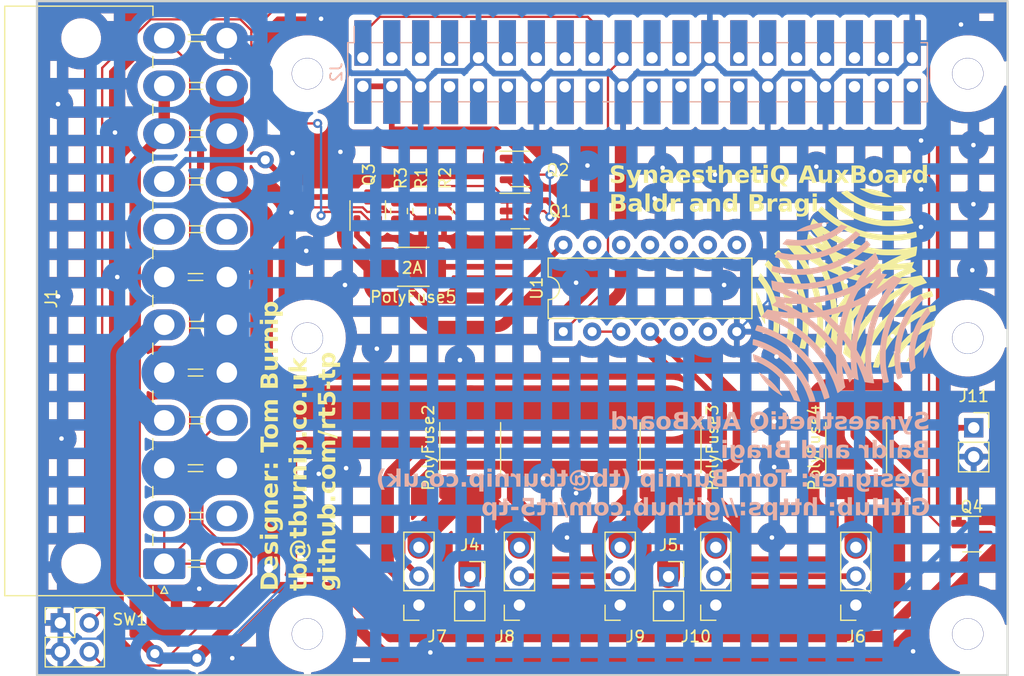
<source format=kicad_pcb>
(kicad_pcb (version 20221018) (generator pcbnew)
  (layers (0 "F.Cu" signal) (31 "B.Cu" signal) (34 "B.Paste" user) (35 "F.Paste" user) (36 "B.SilkS" user "B.Silkscreen") (37 "F.SilkS" user "F.Silkscreen") (38 "B.Mask" user) (39 "F.Mask" user) (44 "Edge.Cuts" user))
  (net 0 "")
  (net 3 "Net-(J1-PS_ON#)")
  (net 5 "/3V3_Power")
  (net 6 "/5V_Power")
  (net 7 "/GPIO_2")
  (net 8 "/GPIO_3")
  (net 9 "/GPIO_4")
  (net 10 "/GPIO_14")
  (net 11 "/GPIO_15")
  (net 12 "/GPIO_17")
  (net 13 "/GPIO_18")
  (net 14 "/GPIO_27")
  (net 15 "/GPIO_22")
  (net 16 "/GPIO_23")
  (net 17 "/GPIO_24")
  (net 18 "/MOSI")
  (net 20 "/GPIO_25")
  (net 22 "/GPIO_8")
  (net 23 "/GPIO_7")
  (net 24 "/GPIO_0")
  (net 25 "/GPIO_1")
  (net 26 "/GPIO_5")
  (net 27 "/GPIO_6")
  (net 28 "/GPIO_12")
  (net 29 "/GPIO_13")
  (net 30 "+5V")
  (net 31 "/GPIO_19")
  (net 32 "5VSB")
  (net 33 "+12V")
  (net 34 "/GPIO_16")
  (net 35 "/GPIO_26")
  (net 36 "/GPIO_20")
  (net 37 "/GPIO_21")
  (net 38 "DOUT")
  (net 39 "Net-(U1-Pad2)")
  (net 42 "Net-(J6-Pin_3)")
  (net 43 "DOUTMatB")
  (net 44 "5VMatA")
  (net 45 "DOUTMatA")
  (net 46 "5VMatB")
  (net 47 "+3.3V")
  (net 48 "GND")
  (net 49 "+5VP")
  (net 50 "Net-(J11-Pin_1)")
  (net 57 "Net-(Q1A-E1)")
  (net 58 "Net-(Q1A-B1)")
  (net 59 "Net-(Q1B-C2)")
  (net 60 "/5VSwitch")
  (footprint "Fuse:Fuse_1812_4532Metric_Pad1.30x3.40mm_HandSolder" (layer "F.Cu") (at 137.8 73.1 180)
    (fp_text reference "PolyFuse5" (at 0 -2.65) (layer "F.SilkS"))
    (fp_text value "2A" (at 0.1 -0.1) (layer "F.SilkS"))
    (pad "1" smd roundrect (at -2.225 0 180) (size 1.3 3.4) (layers "F.Cu" "F.Paste" "F.Mask") (roundrect_rratio 0.192308) (net 57 "Net-(Q1A-E1)"))
    (pad "2" smd roundrect (at 2.225 0 180) (size 1.3 3.4) (layers "F.Cu" "F.Paste" "F.Mask") (roundrect_rratio 0.192308) (net 49 "+5VP"))
  )
  (footprint "Tom's Parts:MountingHole_2.75mm_RPI_HAT" (layer "F.Cu") (at 128.5 79.375)
    (fp_text reference "H2" hide)
    (fp_text value "MountingHole" hide)
    (pad "" np_thru_hole circle (at 0 0) (size 2.75 2.75) (drill 2.7) (layers "F&B.Cu" "*.Mask"))
  )
  (footprint "Package_DIP:DIP-14_W7.62mm" (layer "F.Cu") (at 150.975 78.8 90)
    (fp_text reference "U1" (at 3.81 -2.33 90) (layer "F.SilkS"))
    (fp_text value "74AHC04")
    (pad "1" thru_hole rect (at 0 0 90) (size 1.6 1.6) (drill 0.8) (layers "*.Cu" "*.Mask") (net 18 "/MOSI"))
    (pad "2" thru_hole oval (at 0 2.54 90) (size 1.6 1.6) (drill 0.8) (layers "*.Cu" "*.Mask") (net 39 "Net-(U1-Pad2)"))
    (pad "3" thru_hole oval (at 0 5.08 90) (size 1.6 1.6) (drill 0.8) (layers "*.Cu" "*.Mask") (net 39 "Net-(U1-Pad2)"))
    (pad "4" thru_hole oval (at 0 7.62 90) (size 1.6 1.6) (drill 0.8) (layers "*.Cu" "*.Mask") (net 38 "DOUT"))
    (pad "5" thru_hole oval (at 0 10.16 90) (size 1.6 1.6) (drill 0.8) (layers "*.Cu" "*.Mask"))
    (pad "6" thru_hole oval (at 0 12.7 90) (size 1.6 1.6) (drill 0.8) (layers "*.Cu" "*.Mask"))
    (pad "7" thru_hole oval (at 0 15.24 90) (size 1.6 1.6) (drill 0.8) (layers "*.Cu" "*.Mask") (net 48 "GND"))
    (pad "8" thru_hole oval (at 7.62 15.24 90) (size 1.6 1.6) (drill 0.8) (layers "*.Cu" "*.Mask"))
    (pad "9" thru_hole oval (at 7.62 12.7 90) (size 1.6 1.6) (drill 0.8) (layers "*.Cu" "*.Mask"))
    (pad "10" thru_hole oval (at 7.62 10.16 90) (size 1.6 1.6) (drill 0.8) (layers "*.Cu" "*.Mask"))
    (pad "11" thru_hole oval (at 7.62 7.62 90) (size 1.6 1.6) (drill 0.8) (layers "*.Cu" "*.Mask"))
    (pad "12" thru_hole oval (at 7.62 5.08 90) (size 1.6 1.6) (drill 0.8) (layers "*.Cu" "*.Mask"))
    (pad "13" thru_hole oval (at 7.62 2.54 90) (size 1.6 1.6) (drill 0.8) (layers "*.Cu" "*.Mask"))
    (pad "14" thru_hole oval (at 7.62 0 90) (size 1.6 1.6) (drill 0.8) (layers "*.Cu" "*.Mask") (net 49 "+5VP"))
  )
  (footprint "Connector_PinSocket_2.54mm:PinSocket_1x03_P2.54mm_Vertical" (layer "F.Cu") (at 176.675 102.84 180)
    (fp_text reference "J6" (at 0 -2.77) (layer "F.SilkS"))
    (fp_text value "BigLED")
    (pad "1" thru_hole rect (at 0 0 180) (size 1.7 1.7) (drill 1) (layers "*.Cu" "*.Mask") (net 48 "GND"))
    (pad "2" thru_hole oval (at 0 2.54 180) (size 1.7 1.7) (drill 1) (layers "*.Cu" "*.Mask") (net 43 "DOUTMatB"))
    (pad "3" thru_hole oval (at 0 5.08 180) (size 1.7 1.7) (drill 1) (layers "*.Cu" "*.Mask") (net 42 "Net-(J6-Pin_3)"))
  )
  (footprint "Fuse:Fuse_2920_7451Metric_Pad2.10x5.45mm_HandSolder" (layer "F.Cu") (at 160.4 89 -90)
    (fp_text reference "PolyFuse3" (at 0 -3.68 90) (layer "F.SilkS"))
    (fp_text value "5A")
    (pad "1" smd roundrect (at -3.475 0 270) (size 2.1 5.45) (layers "F.Cu" "F.Paste" "F.Mask") (roundrect_rratio 0.119048) (net 30 "+5V"))
    (pad "2" smd roundrect (at 3.475 0 270) (size 2.1 5.45) (layers "F.Cu" "F.Paste" "F.Mask") (roundrect_rratio 0.119048) (net 46 "5VMatB"))
  )
  (footprint "Resistor_SMD:R_0805_2012Metric_Pad1.20x1.40mm_HandSolder" (layer "F.Cu") (at 140.5 68.2 90)
    (fp_text reference "R2" (at 2.9 0.1 90) (layer "F.SilkS"))
    (fp_text value "47K")
    (pad "1" smd roundrect (at -1 0 90) (size 1.2 1.4) (layers "F.Cu" "F.Paste" "F.Mask") (roundrect_rratio 0.208333) (net 48 "GND"))
    (pad "2" smd roundrect (at 1 0 90) (size 1.2 1.4) (layers "F.Cu" "F.Paste" "F.Mask") (roundrect_rratio 0.208333) (net 59 "Net-(Q1B-C2)"))
  )
  (footprint "Connector_Molex:Molex_Mini-Fit_Jr_5569-24A2_2x12_P4.20mm_Horizontal" (layer "F.Cu") (at 115.925 99.2 90)
    (fp_text reference "J1" (at 23.3 -9.925 90) (layer "F.SilkS"))
    (fp_text value "ATX-24")
    (pad "" np_thru_hole circle (at 0 -7.3 90) (size 3 3) (drill 3) (layers "*.Cu" "*.Mask"))
    (pad "" np_thru_hole circle (at 46.2 -7.3 90) (size 3 3) (drill 3) (layers "*.Cu" "*.Mask"))
    (pad "1" thru_hole roundrect (at 0 0 90) (size 2.7 3.7) (drill 1.8) (layers "*.Cu" "*.Mask") (roundrect_rratio 0.092593) (net 47 "+3.3V"))
    (pad "2" thru_hole oval (at 4.2 0 90) (size 2.7 3.7) (drill 1.8) (layers "*.Cu" "*.Mask") (net 47 "+3.3V"))
    (pad "3" thru_hole oval (at 8.4 0 90) (size 2.7 3.7) (drill 1.8) (layers "*.Cu" "*.Mask") (net 48 "GND"))
    (pad "4" thru_hole oval (at 12.6 0 90) (size 2.7 3.7) (drill 1.8) (layers "*.Cu" "*.Mask") (net 30 "+5V"))
    (pad "5" thru_hole oval (at 16.8 0 90) (size 2.7 3.7) (drill 1.8) (layers "*.Cu" "*.Mask") (net 48 "GND"))
    (pad "6" thru_hole oval (at 21 0 90) (size 2.7 3.7) (drill 1.8) (layers "*.Cu" "*.Mask") (net 30 "+5V"))
    (pad "7" thru_hole oval (at 25.2 0 90) (size 2.7 3.7) (drill 1.8) (layers "*.Cu" "*.Mask") (net 48 "GND"))
    (pad "8" thru_hole oval (at 29.4 0 90) (size 2.7 3.7) (drill 1.8) (layers "*.Cu" "*.Mask"))
    (pad "9" thru_hole oval (at 33.6 0 90) (size 2.7 3.7) (drill 1.8) (layers "*.Cu" "*.Mask") (net 32 "5VSB"))
    (pad "10" thru_hole oval (at 37.8 0 90) (size 2.7 3.7) (drill 1.8) (layers "*.Cu" "*.Mask") (net 33 "+12V"))
    (pad "11" thru_hole oval (at 42 0 90) (size 2.7 3.7) (drill 1.8) (layers "*.Cu" "*.Mask") (net 33 "+12V"))
    (pad "12" thru_hole oval (at 46.2 0 90) (size 2.7 3.7) (drill 1.8) (layers "*.Cu" "*.Mask") (net 47 "+3.3V"))
    (pad "13" thru_hole oval (at 0 5.5 90) (size 2.7 3.7) (drill 1.8) (layers "*.Cu" "*.Mask") (net 47 "+3.3V"))
    (pad "14" thru_hole oval (at 4.2 5.5 90) (size 2.7 3.7) (drill 1.8) (layers "*.Cu" "*.Mask"))
    (pad "15" thru_hole oval (at 8.4 5.5 90) (size 2.7 3.7) (drill 1.8) (layers "*.Cu" "*.Mask") (net 48 "GND"))
    (pad "16" thru_hole oval (at 12.6 5.5 90) (size 2.7 3.7) (drill 1.8) (layers "*.Cu" "*.Mask") (net 3 "Net-(J1-PS_ON#)"))
    (pad "17" thru_hole oval (at 16.8 5.5 90) (size 2.7 3.7) (drill 1.8) (layers "*.Cu" "*.Mask") (net 48 "GND"))
    (pad "18" thru_hole oval (at 21 5.5 90) (size 2.7 3.7) (drill 1.8) (layers "*.Cu" "*.Mask") (net 48 "GND"))
    (pad "19" thru_hole oval (at 25.2 5.5 90) (size 2.7 3.7) (drill 1.8) (layers "*.Cu" "*.Mask") (net 48 "GND"))
    (pad "20" thru_hole oval (at 29.4 5.5 90) (size 2.7 3.7) (drill 1.8) (layers "*.Cu" "*.Mask"))
    (pad "21" thru_hole oval (at 33.6 5.5 90) (size 2.7 3.7) (drill 1.8) (layers "*.Cu" "*.Mask") (net 30 "+5V"))
    (pad "22" thru_hole oval (at 37.8 5.5 90) (size 2.7 3.7) (drill 1.8) (layers "*.Cu" "*.Mask") (net 30 "+5V"))
    (pad "23" thru_hole oval (at 42 5.5 90) (size 2.7 3.7) (drill 1.8) (layers "*.Cu" "*.Mask") (net 30 "+5V"))
    (pad "24" thru_hole oval (at 46.2 5.5 90) (size 2.7 3.7) (drill 1.8) (layers "*.Cu" "*.Mask") (net 48 "GND"))
  )
  (footprint "Package_TO_SOT_SMD:SOT-23-3" (layer "F.Cu") (at 147.2 64.5)
    (fp_text reference "Q2" (at 3.3 0.1) (layer "F.SilkS"))
    (fp_text value "DMG2305UX" hide)
    (pad "1" smd roundrect (at -1.1375 -0.95) (size 1.325 0.6) (layers "F.Cu" "F.Paste" "F.Mask") (net 57 "Net-(Q1A-E1)"))
    (pad "2" smd roundrect (at -1.1375 0.95) (size 1.325 0.6) (layers "F.Cu" "F.Paste" "F.Mask") (net 59 "Net-(Q1B-C2)"))
    (pad "3" smd roundrect (at 1.1375 0) (size 1.325 0.6) (layers "F.Cu" "F.Paste" "F.Mask") (net 6 "/5V_Power"))
  )
  (footprint "Connector_PinSocket_2.54mm:PinSocket_1x03_P2.54mm_Vertical" (layer "F.Cu") (at 138.3 102.84 180)
    (fp_text reference "J7" (at -1.59 -2.75) (layer "F.SilkS"))
    (fp_text value "MatAOut")
    (pad "1" thru_hole rect (at 0 0 180) (size 1.7 1.7) (drill 1) (layers "*.Cu" "*.Mask") (net 48 "GND"))
    (pad "2" thru_hole oval (at 0 2.54 180) (size 1.7 1.7) (drill 1) (layers "*.Cu" "*.Mask") (net 38 "DOUT"))
    (pad "3" thru_hole oval (at 0 5.08 180) (size 1.7 1.7) (drill 1) (layers "*.Cu" "*.Mask") (net 44 "5VMatA"))
  )
  (footprint "Connector_PinSocket_2.54mm:PinSocket_1x02_P2.54mm_Vertical" (layer "F.Cu") (at 142.7625 100.34)
    (fp_text reference "J4" (at 0 -2.77) (layer "F.SilkS"))
    (fp_text value "MatrixASupply")
    (pad "1" thru_hole rect (at 0 0) (size 1.7 1.7) (drill 1) (layers "*.Cu" "*.Mask") (net 44 "5VMatA"))
    (pad "2" thru_hole oval (at 0 2.54) (size 1.7 1.7) (drill 1) (layers "*.Cu" "*.Mask") (net 48 "GND"))
  )
  (footprint "Package_TO_SOT_SMD:SOT-23-3" (layer "F.Cu") (at 133.8 68.1 90)
    (fp_text reference "Q3" (at 3.1 0.1 90) (layer "F.SilkS"))
    (fp_text value "DMG2305UX" hide)
    (pad "1" smd roundrect (at -1.1375 -0.95 90) (size 1.325 0.6) (layers "F.Cu" "F.Paste" "F.Mask") (net 49 "+5VP"))
    (pad "2" smd roundrect (at -1.1375 0.95 90) (size 1.325 0.6) (layers "F.Cu" "F.Paste" "F.Mask") (net 60 "/5VSwitch"))
    (pad "3" smd roundrect (at 1.1375 0 90) (size 1.325 0.6) (layers "F.Cu" "F.Paste" "F.Mask") (net 32 "5VSB"))
  )
  (footprint "Fuse:Fuse_2920_7451Metric_Pad2.10x5.45mm_HandSolder" (layer "F.Cu") (at 176.7 89 90)
    (fp_text reference "PolyFuse4" (at 0 -3.68 90) (layer "F.SilkS"))
    (fp_text value "3A")
    (pad "1" smd roundrect (at -3.475 0 90) (size 2.1 5.45) (layers "F.Cu" "F.Paste" "F.Mask") (roundrect_rratio 0.119048) (net 42 "Net-(J6-Pin_3)"))
    (pad "2" smd roundrect (at 3.475 0 90) (size 2.1 5.45) (layers "F.Cu" "F.Paste" "F.Mask") (roundrect_rratio 0.119048) (net 33 "+12V"))
  )
  (footprint "Package_TO_SOT_SMD:SOT-23-6" (layer "F.Cu") (at 147.2 68.2)
    (fp_text reference "Q1" (at 3.5 0) (layer "F.SilkS"))
    (fp_text value "DMMT5401" hide)
    (pad "1" smd roundrect (at -1.1375 -0.95) (size 1.325 0.6) (layers "F.Cu" "F.Paste" "F.Mask") (net 58 "Net-(Q1A-B1)"))
    (pad "2" smd roundrect (at -1.1375 0) (size 1.325 0.6) (layers "F.Cu" "F.Paste" "F.Mask") (net 58 "Net-(Q1A-B1)"))
    (pad "3" smd roundrect (at -1.1375 0.95) (size 1.325 0.6) (layers "F.Cu" "F.Paste" "F.Mask") (net 58 "Net-(Q1A-B1)"))
    (pad "4" smd roundrect (at 1.1375 0.95) (size 1.325 0.6) (layers "F.Cu" "F.Paste" "F.Mask") (net 59 "Net-(Q1B-C2)"))
    (pad "5" smd roundrect (at 1.1375 0) (size 1.325 0.6) (layers "F.Cu" "F.Paste" "F.Mask") (net 6 "/5V_Power"))
    (pad "6" smd roundrect (at 1.1375 -0.95) (size 1.325 0.6) (layers "F.Cu" "F.Paste" "F.Mask") (net 57 "Net-(Q1A-E1)"))
  )
  (footprint "Connector_PinSocket_2.54mm:PinSocket_1x03_P2.54mm_Vertical" (layer "F.Cu") (at 155.975 102.84 180)
    (fp_text reference "J9" (at -1.33 -2.77) (layer "F.SilkS"))
    (fp_text value "MatBOut")
    (pad "1" thru_hole rect (at 0 0 180) (size 1.7 1.7) (drill 1) (layers "*.Cu" "*.Mask") (net 48 "GND"))
    (pad "2" thru_hole oval (at 0 2.54 180) (size 1.7 1.7) (drill 1) (layers "*.Cu" "*.Mask") (net 45 "DOUTMatA"))
    (pad "3" thru_hole oval (at 0 5.08 180) (size 1.7 1.7) (drill 1) (layers "*.Cu" "*.Mask") (net 46 "5VMatB"))
  )
  (footprint "Fuse:Fuse_2920_7451Metric_Pad2.10x5.45mm_HandSolder" (layer "F.Cu") (at 142.8 89 90)
    (fp_text reference "PolyFuse2" (at 0 -3.68 90) (layer "F.SilkS"))
    (fp_text value "5A")
    (pad "1" smd roundrect (at -3.475 0 90) (size 2.1 5.45) (layers "F.Cu" "F.Paste" "F.Mask") (roundrect_rratio 0.119048) (net 44 "5VMatA"))
    (pad "2" smd roundrect (at 3.475 0 90) (size 2.1 5.45) (layers "F.Cu" "F.Paste" "F.Mask") (roundrect_rratio 0.119048) (net 30 "+5V"))
  )
  (footprint "Connector_PinSocket_2.54mm:PinSocket_1x02_P2.54mm_Vertical" (layer "F.Cu") (at 160.225 100.34)
    (fp_text reference "J5" (at 0 -2.77) (layer "F.SilkS"))
    (fp_text value "MatrixBSupply")
    (pad "1" thru_hole rect (at 0 0) (size 1.7 1.7) (drill 1) (layers "*.Cu" "*.Mask") (net 46 "5VMatB"))
    (pad "2" thru_hole oval (at 0 2.54) (size 1.7 1.7) (drill 1) (layers "*.Cu" "*.Mask") (net 48 "GND"))
  )
  (footprint "RTEP:RTEPLogo" (layer "F.Cu") (at 175.8 74.1)
    (fp_text reference "G***" hide)
    (fp_text value "LOGO" hide)
  )
  (footprint "Connector_PinSocket_2.54mm:PinSocket_1x03_P2.54mm_Vertical" (layer "F.Cu") (at 147.125 102.84 180)
    (fp_text reference "J8" (at 1.25 -2.77) (layer "F.SilkS"))
    (fp_text value "MatAIn")
    (pad "1" thru_hole rect (at 0 0 180) (size 1.7 1.7) (drill 1) (layers "*.Cu" "*.Mask") (net 48 "GND"))
    (pad "2" thru_hole oval (at 0 2.54 180) (size 1.7 1.7) (drill 1) (layers "*.Cu" "*.Mask") (net 45 "DOUTMatA"))
    (pad "3" thru_hole oval (at 0 5.08 180) (size 1.7 1.7) (drill 1) (layers "*.Cu" "*.Mask") (net 44 "5VMatA"))
  )
  (footprint "Tom's Parts:MountingHole_2.75mm_RPI_HAT" (layer "F.Cu") (at 128.5 105.375)
    (fp_text reference "H1" hide)
    (fp_text value "MountingHole" hide)
    (pad "" np_thru_hole circle (at 0 0) (size 2.75 2.75) (drill 2.7) (layers "F&B.Cu" "*.Mask"))
  )
  (footprint "Tom's Parts:MountingHole_2.75mm_RPI_HAT" (layer "F.Cu") (at 186.5 105.375)
    (fp_text reference "H3" hide)
    (fp_text value "MountingHole" hide)
    (pad "" np_thru_hole circle (at 0 0) (size 2.75 2.75) (drill 2.7) (layers "F&B.Cu" "*.Mask"))
  )
  (footprint "Tom's Parts:MountingHole_2.75mm_RPI_HAT" (layer "F.Cu") (at 128.5 56.125)
    (fp_text reference "H5" hide)
    (fp_text value "MountingHole" hide)
    (pad "" np_thru_hole circle (at 0 0) (size 2.75 2.75) (drill 2.7) (layers "F&B.Cu" "*.Mask"))
  )
  (footprint "Tom's Parts:MountingHole_2.75mm_RPI_HAT" (layer "F.Cu") (at 186.5 79.375)
    (fp_text reference "H4" hide)
    (fp_text value "MountingHole" hide)
    (pad "" np_thru_hole circle (at 0 0) (size 2.75 2.75) (drill 2.7) (layers "F&B.Cu" "*.Mask"))
  )
  (footprint "Connector_PinSocket_2.54mm:PinSocket_1x03_P2.54mm_Vertical" (layer "F.Cu") (at 164.375 102.84 180)
    (fp_text reference "J10" (at 1.76 -2.75) (layer "F.SilkS"))
    (fp_text value "MatBIn")
    (pad "1" thru_hole rect (at 0 0 180) (size 1.7 1.7) (drill 1) (layers "*.Cu" "*.Mask") (net 48 "GND"))
    (pad "2" thru_hole oval (at 0 2.54 180) (size 1.7 1.7) (drill 1) (layers "*.Cu" "*.Mask") (net 43 "DOUTMatB"))
    (pad "3" thru_hole oval (at 0 5.08 180) (size 1.7 1.7) (drill 1) (layers "*.Cu" "*.Mask") (net 46 "5VMatB"))
  )
  (footprint "Connector_PinSocket_2.54mm:PinSocket_1x02_P2.54mm_Vertical" (layer "F.Cu") (at 187.025 87.25)
    (fp_text reference "J11" (at 0 -2.77) (layer "F.SilkS"))
    (fp_text value "FanHeader")
    (pad "1" thru_hole rect (at 0 0) (size 1.7 1.7) (drill 1) (layers "*.Cu" "*.Mask") (net 50 "Net-(J11-Pin_1)"))
    (pad "2" thru_hole oval (at 0 2.54) (size 1.7 1.7) (drill 1) (layers "*.Cu" "*.Mask") (net 48 "GND"))
  )
  (footprint "Tom's Parts:MountingHole_2.75mm_RPI_HAT" (layer "F.Cu") (at 186.5 56.125)
    (fp_text reference "H6" hide)
    (fp_text value "MountingHole" hide)
    (pad "" np_thru_hole circle (at 0 0) (size 2.75 2.75) (drill 2.7) (layers "F&B.Cu" "*.Mask"))
  )
  (footprint "Resistor_SMD:R_0805_2012Metric_Pad1.20x1.40mm_HandSolder" (layer "F.Cu") (at 136.55 68.2 -90)
    (fp_text reference "R3" (at -2.9 -0.15 90) (layer "F.SilkS"))
    (fp_text value "10K")
    (pad "1" smd roundrect (at -1 0 270) (size 1.2 1.4) (layers "F.Cu" "F.Paste" "F.Mask") (roundrect_rratio 0.208333) (net 32 "5VSB"))
    (pad "2" smd roundrect (at 1 0 270) (size 1.2 1.4) (layers "F.Cu" "F.Paste" "F.Mask") (roundrect_rratio 0.208333) (net 60 "/5VSwitch"))
  )
  (footprint "Package_TO_SOT_SMD:SOT-23-3" (layer "F.Cu") (at 186.8625 96.6)
    (fp_text reference "Q4" (at 0 -2.4) (layer "F.SilkS"))
    (fp_text value "DMG2305UX")
    (pad "1" smd roundrect (at -1.1375 -0.95) (size 1.325 0.6) (layers "F.Cu" "F.Paste" "F.Mask") (net 50 "Net-(J11-Pin_1)"))
    (pad "2" smd roundrect (at -1.1375 0.95) (size 1.325 0.6) (layers "F.Cu" "F.Paste" "F.Mask") (net 60 "/5VSwitch"))
    (pad "3" smd roundrect (at 1.1375 0) (size 1.325 0.6) (layers "F.Cu" "F.Paste" "F.Mask") (net 33 "+12V"))
  )
  (footprint "Resistor_SMD:R_0805_2012Metric_Pad1.20x1.40mm_HandSolder" (layer "F.Cu") (at 138.5 68.2 90)
    (fp_text reference "R1" (at 2.9 0 90) (layer "F.SilkS"))
    (fp_text value "10K")
    (pad "1" smd roundrect (at -1 0 90) (size 1.2 1.4) (layers "F.Cu" "F.Paste" "F.Mask") (roundrect_rratio 0.208333) (net 48 "GND"))
    (pad "2" smd roundrect (at 1 0 90) (size 1.2 1.4) (layers "F.Cu" "F.Paste" "F.Mask") (roundrect_rratio 0.208333) (net 58 "Net-(Q1A-B1)"))
  )
  (footprint "Connector_PinHeader_2.54mm:PinHeader_2x02_P2.54mm_Vertical" (layer "F.Cu") (at 106.8 104.4)
    (fp_text reference "SW1" (at 6.1 -0.3) (layer "F.SilkS"))
    (fp_text value "SW_DPST")
    (pad "1" thru_hole rect (at 0 0) (size 1.7 1.7) (drill 1) (layers "*.Cu" "*.Mask") (net 48 "GND"))
    (pad "2" thru_hole oval (at 2.54 0) (size 1.7 1.7) (drill 1) (layers "*.Cu" "*.Mask") (net 60 "/5VSwitch"))
    (pad "3" thru_hole oval (at 0 2.54) (size 1.7 1.7) (drill 1) (layers "*.Cu" "*.Mask") (net 48 "GND"))
    (pad "4" thru_hole oval (at 2.54 2.54) (size 1.7 1.7) (drill 1) (layers "*.Cu" "*.Mask") (net 3 "Net-(J1-PS_ON#)"))
  )
  (footprint "RTEP:RTEPLogo" (layer "B.Cu") (at 175.5 77.1 180)
    (fp_text reference "G***" hide)
    (fp_text value "LOGO" hide)
  )
  (footprint "Tom's Parts:PI Header Passthrough" (layer "B.Cu") (at 157.5 56 -90)
    (fp_text reference "J2" (at 0 26.46 90) (layer "B.SilkS") (effects (justify mirror)))
    (fp_text value "RPI4B")
    (pad "1" thru_hole rect (at -1.27 24.13 270) (size 4 1.5) (drill 1 (offset -1.3 0)) (layers "*.Cu" "*.Mask") (net 5 "/3V3_Power"))
    (pad "2" thru_hole rect (at 1.24 24.13 270) (size 4 1.5) (drill 1 (offset 1.3 0)) (layers "*.Cu" "*.Mask") (net 6 "/5V_Power"))
    (pad "3" thru_hole rect (at -1.27 21.59 270) (size 4 1.5) (drill 1 (offset -1.3 0)) (layers "*.Cu" "*.Mask") (net 7 "/GPIO_2"))
    (pad "4" thru_hole rect (at 1.24 21.59 270) (size 4 1.5) (drill 1 (offset 1.3 0)) (layers "*.Cu" "*.Mask") (net 6 "/5V_Power"))
    (pad "5" thru_hole rect (at -1.27 19.05 270) (size 4 1.5) (drill 1 (offset -1.3 0)) (layers "*.Cu" "*.Mask") (net 8 "/GPIO_3"))
    (pad "6" thru_hole rect (at 1.27 19.05 270) (size 4 1.5) (drill 1 (offset 1.3 0)) (layers "*.Cu" "*.Mask") (net 48 "GND"))
    (pad "7" thru_hole rect (at -1.27 16.51 270) (size 4 1.5) (drill 1 (offset -1.3 0)) (layers "*.Cu" "*.Mask") (net 9 "/GPIO_4"))
    (pad "8" thru_hole rect (at 1.27 16.51 270) (size 4 1.5) (drill 1 (offset 1.3 0)) (layers "*.Cu" "*.Mask") (net 10 "/GPIO_14"))
    (pad "9" thru_hole rect (at -1.27 13.97 270) (size 4 1.5) (drill 1 (offset -1.3 0)) (layers "*.Cu" "*.Mask") (net 48 "GND"))
    (pad "10" thru_hole rect (at 1.27 13.97 270) (size 4 1.5) (drill 1 (offset 1.3 0)) (layers "*.Cu" "*.Mask") (net 11 "/GPIO_15"))
    (pad "11" thru_hole rect (at -1.27 11.43 270) (size 4 1.5) (drill 1 (offset -1.3 0)) (layers "*.Cu" "*.Mask") (net 12 "/GPIO_17"))
    (pad "12" thru_hole rect (at 1.27 11.43 270) (size 4 1.5) (drill 1 (offset 1.3 0)) (layers "*.Cu" "*.Mask") (net 13 "/GPIO_18"))
    (pad "13" thru_hole rect (at -1.27 8.89 270) (size 4 1.5) (drill 1 (offset -1.3 0)) (layers "*.Cu" "*.Mask") (net 14 "/GPIO_27"))
    (pad "14" thru_hole rect (at 1.27 8.89 270) (size 4 1.5) (drill 1 (offset 1.3 0)) (layers "*.Cu" "*.Mask") (net 48 "GND"))
    (pad "15" thru_hole rect (at -1.27 6.35 270) (size 4 1.5) (drill 1 (offset -1.3 0)) (layers "*.Cu" "*.Mask") (net 15 "/GPIO_22"))
    (pad "16" thru_hole rect (at 1.27 6.35 270) (size 4 1.5) (drill 1 (offset 1.3 0)) (layers "*.Cu" "*.Mask") (net 16 "/GPIO_23"))
    (pad "17" thru_hole rect (at -1.27 3.81 270) (size 4 1.5) (drill 1 (offset -1.3 0)) (layers "*.Cu" "*.Mask") (net 5 "/3V3_Power"))
    (pad "18" thru_hole rect (at 1.27 3.81 270) (size 4 1.5) (drill 1 (offset 1.3 0)) (layers "*.Cu" "*.Mask") (net 17 "/GPIO_24"))
    (pad "19" thru_hole rect (at -1.27 1.27 270) (size 4 1.5) (drill 1 (offset -1.3 0)) (layers "*.Cu" "*.Mask") (net 18 "/MOSI"))
    (pad "20" thru_hole rect (at 1.27 1.27 270) (size 4 1.5) (drill 1 (offset 1.3 0)) (layers "*.Cu" "*.Mask") (net 48 "GND"))
    (pad "21" thru_hole rect (at -1.27 -1.27 270) (size 4 1.5) (drill 1 (offset -1.3 0)) (layers "*.Cu" "*.Mask"))
    (pad "22" thru_hole rect (at 1.27 -1.27 270) (size 4 1.5) (drill 1 (offset 1.3 0)) (layers "*.Cu" "*.Mask") (net 20 "/GPIO_25"))
    (pad "23" thru_hole rect (at -1.27 -3.81 270) (size 4 1.5) (drill 1 (offset -1.3 0)) (layers "*.Cu" "*.Mask"))
    (pad "24" thru_hole rect (at 1.27 -3.81 270) (size 4 1.5) (drill 1 (offset 1.3 0)) (layers "*.Cu" "*.Mask") (net 22 "/GPIO_8"))
    (pad "25" thru_hole rect (at -1.27 -6.35 270) (size 4 1.5) (drill 1 (offset -1.3 0)) (layers "*.Cu" "*.Mask") (net 48 "GND"))
    (pad "26" thru_hole rect (at 1.27 -6.35 270) (size 4 1.5) (drill 1 (offset 1.3 0)) (layers "*.Cu" "*.Mask") (net 23 "/GPIO_7"))
    (pad "27" thru_hole rect (at -1.27 -8.89 270) (size 4 1.5) (drill 1 (offset -1.3 0)) (layers "*.Cu" "*.Mask") (net 24 "/GPIO_0"))
    (pad "28" thru_hole rect (at 1.27 -8.89 270) (size 4 1.5) (drill 1 (offset 1.3 0)) (layers "*.Cu" "*.Mask") (net 25 "/GPIO_1"))
    (pad "29" thru_hole rect (at -1.27 -11.43 270) (size 4 1.5) (drill 1 (offset -1.3 0)) (layers "*.Cu" "*.Mask") (net 26 "/GPIO_5"))
    (pad "30" thru_hole rect (at 1.27 -11.43 270) (size 4 1.5) (drill 1 (offset 1.3 0)) (layers "*.Cu" "*.Mask") (net 48 "GND"))
    (pad "31" thru_hole rect (at -1.27 -13.97 270) (size 4 1.5) (drill 1 (offset -1.3 0)) (layers "*.Cu" "*.Mask") (net 27 "/GPIO_6"))
    (pad "32" thru_hole rect (at 1.27 -13.97 270) (size 4 1.5) (drill 1 (offset 1.3 0)) (layers "*.Cu" "*.Mask") (net 28 "/GPIO_12"))
    (pad "33" thru_hole rect (at -1.27 -16.51 270) (size 4 1.5) (drill 1 (offset -1.3 0)) (layers "*.Cu" "*.Mask") (net 29 "/GPIO_13"))
    (pad "34" thru_hole rect (at 1.27 -16.51 270) (size 4 1.5) (drill 1 (offset 1.3 0)) (layers "*.Cu" "*.Mask") (net 48 "GND"))
    (pad "35" thru_hole rect (at -1.27 -19.05 270) (size 4 1.5) (drill 1 (offset -1.3 0)) (layers "*.Cu" "*.Mask") (net 31 "/GPIO_19"))
    (pad "36" thru_hole rect (at 1.27 -19.05 270) (size 4 1.5) (drill 1 (offset 1.3 0)) (layers "*.Cu" "*.Mask") (net 34 "/GPIO_16"))
    (pad "37" thru_hole rect (at -1.27 -21.59 270) (size 4 1.5) (drill 1 (offset -1.3 0)) (layers "*.Cu" "*.Mask") (net 35 "/GPIO_26"))
    (pad "38" thru_hole rect (at 1.27 -21.59 270) (size 4 1.5) (drill 1 (offset 1.3 0)) (layers "*.Cu" "*.Mask") (net 36 "/GPIO_20"))
    (pad "39" thru_hole rect (at -1.27 -24.13 270) (size 4 1.5) (drill 1 (offset -1.3 0)) (layers "*.Cu" "*.Mask") (net 48 "GND"))
    (pad "40" thru_hole rect (at 1.27 -24.13 270) (size 4 1.5) (drill 1 (offset 1.3 0)) (layers "*.Cu" "*.Mask") (net 37 "/GPIO_21"))
  )
  (gr_rect (start 104.75 49.75) (end 190 109) (stroke (width 0.2)) (fill none) (layer "Edge.Cuts"))
  (gr_text "SynaesthetiQ AuxBoard\nBaldr and Bragi\nDesigner: Tom Burnip (tb@tburnip.co.uk)\nGitHub: https://github.com/rt5-tp" (at 183.2 95.2) (layer "B.SilkS") (effects (font (size 1.5 1.5) (thickness 0.3) bold) (justify left bottom mirror)))
  (gr_text "SynaesthetiQ AuxBoard\nBaldr and Bragi" (at 155 68.5) (layer "F.SilkS") (effects (font (size 1.5 1.5) (thickness 0.3) bold) (justify left bottom)))
  (gr_text "Designer: Tom Burnip\ntb@tburnip.co.uk\ngithub.com/rt5-tp" (at 131.2 101.6 90) (layer "F.SilkS") (effects (font (size 1.5 1.5) (thickness 0.3) bold) (justify left bottom)))
  (segment (start 110.5495 108.1495) (end 109.34 106.94) (width 0.2) (layer "F.Cu") (net 3))
  (segment (start 123.575 100.109218) (end 115.534718 108.1495) (width 0.2) (layer "F.Cu") (net 3))
  (segment (start 120.925 86.6) (end 119.275 88.25) (width 0.2) (layer "F.Cu") (net 3))
  (segment (start 122.558452 97.5) (end 123.575 98.516548) (width 0.2) (layer "F.Cu") (net 3))
  (segment (start 121.425 86.6) (end 120.925 86.6) (width 0.2) (layer "F.Cu") (net 3))
  (segment (start 115.534718 108.1495) (end 110.5495 108.1495) (width 0.2) (layer "F.Cu") (net 3))
  (segment (start 123.575 98.516548) (end 123.575 100.109218) (width 0.2) (layer "F.Cu") (net 3))
  (segment (start 121.091548 97.5) (end 122.558452 97.5) (width 0.2) (layer "F.Cu") (net 3))
  (segment (start 119.275 88.25) (end 119.275 95.683452) (width 0.2) (layer "F.Cu") (net 3))
  (segment (start 119.275 95.683452) (end 121.091548 97.5) (width 0.2) (layer "F.Cu") (net 3))
  (segment (start 134.86 51.13) (end 153.13 51.13) (width 0.2) (layer "F.Cu") (net 5))
  (segment (start 133.37 54.73) (end 133.37 52.62) (width 0.2) (layer "F.Cu") (net 5))
  (segment (start 133.37 52.62) (end 134.86 51.13) (width 0.2) (layer "F.Cu") (net 5))
  (segment (start 153.13 51.13) (end 153.69 51.69) (width 0.2) (layer "F.Cu") (net 5))
  (segment (start 153.69 51.69) (end 153.69 54.73) (width 0.2) (layer "F.Cu") (net 5))
  (segment (start 135.91 61.02) (end 135.91 57.24) (width 0.5) (layer "F.Cu") (net 6))
  (segment (start 148.3375 64.313972) (end 145.043528 61.02) (width 0.5) (layer "F.Cu") (net 6))
  (segment (start 148.3375 64.5) (end 148.3375 64.313972) (width 0.5) (layer "F.Cu") (net 6))
  (segment (start 149.8 65) (end 148.8375 65) (width 0.2) (layer "F.Cu") (net 6))
  (segment (start 145.043528 61.02) (end 135.91 61.02) (width 0.5) (layer "F.Cu") (net 6))
  (segment (start 149.3 68.2) (end 149.8 68.7) (width 0.2) (layer "F.Cu") (net 6))
  (segment (start 148.8375 65) (end 148.3375 64.5) (width 0.2) (layer "F.Cu") (net 6))
  (segment (start 133.37 57.24) (end 135.91 57.24) (width 0.5) (layer "F.Cu") (net 6))
  (segment (start 148.3375 68.2) (end 149.3 68.2) (width 0.2) (layer "F.Cu") (net 6))
  (via (at 149.8 65) (size 0.8) (drill 0.4) (layers "F.Cu" "B.Cu") (net 6))
  (via (at 149.8 68.7) (size 0.8) (drill 0.4) (layers "F.Cu" "B.Cu") (net 6))
  (segment (start 149.8 68.7) (end 149.8 65) (width 0.2) (layer "B.Cu") (net 6))
  (segment (start 150.975 78.8) (end 154.9 74.875) (width 0.2) (layer "F.Cu") (net 18))
  (segment (start 154.9 56.06) (end 156.23 54.73) (width 0.2) (layer "F.Cu") (net 18))
  (segment (start 154.9 74.875) (end 154.9 56.06) (width 0.2) (layer "F.Cu") (net 18))
  (segment (start 160.4 85.525) (end 142.8 85.525) (width 4) (layer "F.Cu") (net 30))
  (segment (start 124.475 68.65) (end 124.475 82.475) (width 2) (layer "F.Cu") (net 30))
  (segment (start 127.675 85.525) (end 127.6 85.6) (width 4) (layer "F.Cu") (net 30))
  (segment (start 142.8 85.525) (end 127.675 85.525) (width 4) (layer "F.Cu") (net 30))
  (segment (start 124.475 82.475) (end 127.6 85.6) (width 2) (layer "F.Cu") (net 30))
  (segment (start 125.1 88.1) (end 125.1 99.6005) (width 2) (layer "F.Cu") (net 30))
  (segment (start 121.425 65.6) (end 124.475 68.65) (width 2) (layer "F.Cu") (net 30))
  (segment (start 127.6 85.6) (end 125.1 88.1) (width 2) (layer "F.Cu") (net 30))
  (segment (start 121.425 57.2) (end 121.425 65.6) (width 3) (layer "F.Cu") (net 30))
  (via (at 125.1 99.6005) (size 1.5) (drill 0.8) (layers "F.Cu" "B.Cu") (net 30))
  (segment (start 115.974391 104) (end 121.7 104) (width 2) (layer "B.Cu") (net 30))
  (segment (start 121.7 104) (end 125.1 100.6) (width 2) (layer "B.Cu") (net 30))
  (segment (start 112.7 84.2) (end 115.1 86.6) (width 2) (layer "B.Cu") (net 30))
  (segment (start 112.7 80.925) (end 112.7 81.9) (width 2) (layer "B.Cu") (net 30))
  (segment (start 115.425 78.2) (end 112.7 80.925) (width 2) (layer "B.Cu") (net 30))
  (segment (start 112.7 81.9) (end 112.7 84.2) (width 2) (layer "B.Cu") (net 30))
  (segment (start 112.7 100.725609) (end 115.974391 104) (width 2) (layer "B.Cu") (net 30))
  (segment (start 112.7 81.9) (end 112.7 100.725609) (width 2) (layer "B.Cu") (net 30))
  (segment (start 125.1 100.6) (end 125.1 99.6005) (width 2) (layer "B.Cu") (net 30))
  (segment (start 115.1 86.6) (end 115.925 86.6) (width 2) (layer "B.Cu") (net 30))
  (segment (start 115.925 78.2) (end 115.425 78.2) (width 2) (layer "B.Cu") (net 30))
  (segment (start 124.8 63.7) (end 128.0625 66.9625) (width 0.5) (layer "F.Cu") (net 32))
  (segment (start 128.0625 66.9625) (end 133.8 66.9625) (width 0.5) (layer "F.Cu") (net 32))
  (segment (start 133.8 66.9625) (end 136.3125 66.9625) (width 0.5) (layer "F.Cu") (net 32))
  (segment (start 136.3125 66.9625) (end 136.55 67.2) (width 0.5) (layer "F.Cu") (net 32))
  (via (at 124.8 63.7) (size 1.5) (drill 0.8) (layers "F.Cu" "B.Cu") (net 32))
  (segment (start 115.925 65.6) (end 117.825 63.7) (width 0.5) (layer "B.Cu") (net 32))
  (segment (start 117.825 63.7) (end 124.8 63.7) (width 0.5) (layer "B.Cu") (net 32))
  (segment (start 113.375 105.375) (end 113.375 63.95) (width 1) (layer "F.Cu") (net 33))
  (segment (start 182 102.6) (end 182 103.1) (width 1) (layer "F.Cu") (net 33))
  (segment (start 135.8 105.6) (end 131.5 101.3) (width 1) (layer "F.Cu") (net 33))
  (segment (start 113.375 63.95) (end 115.925 61.4) (width 1) (layer "F.Cu") (net 33))
  (segment (start 115.1 107.1) (end 113.375 105.375) (width 1) (layer "F.Cu") (net 33))
  (segment (start 125 101.3) (end 118.8 107.5) (width 1) (layer "F.Cu") (net 33))
  (segment (start 182 93.156498) (end 182 102.6) (width 1) (layer "F.Cu") (net 33))
  (segment (start 176.7 87.856498) (end 182 93.156498) (width 1) (layer "F.Cu") (net 33))
  (segment (start 176.7 85.525) (end 176.7 87.856498) (width 1) (layer "F.Cu") (net 33))
  (segment (start 179 105.6) (end 135.8 105.6) (width 1) (layer "F.Cu") (net 33))
  (segment (start 188 97.1) (end 188 96.6) (width 0.5) (layer "F.Cu") (net 33))
  (segment (start 115.925 57.2) (end 115.925 61.4) (width 1) (layer "F.Cu") (net 33))
  (segment (start 182 102.6) (end 179 105.6) (width 1) (layer "F.Cu") (net 33))
  (segment (start 131.5 101.3) (end 125 101.3) (width 1) (layer "F.Cu") (net 33))
  (segment (start 182 103.1) (end 188 97.1) (width 0.5) (layer "F.Cu") (net 33))
  (via (at 118.8 107.5) (size 1.5) (drill 0.8) (layers "F.Cu" "B.Cu") (net 33))
  (via (at 115.1 107.1) (size 1.5) (drill 0.8) (layers "F.Cu" "B.Cu") (net 33))
  (segment (start 115.5 107.5) (end 115.1 107.1) (width 1) (layer "B.Cu") (net 33))
  (segment (start 118.8 107.5) (end 115.5 107.5) (width 1) (layer "B.Cu") (net 33))
  (segment (start 139.4 89.4) (end 165.1 89.4) (width 0.5) (layer "F.Cu") (net 38))
  (segment (start 138.3 100.3) (end 136.85 98.85) (width 0.5) (layer "F.Cu") (net 38))
  (segment (start 158.6 78.8) (end 158.595 78.8) (width 0.5) (layer "F.Cu") (net 38))
  (segment (start 136.85 98.85) (end 136.85 91.95) (width 0.5) (layer "F.Cu") (net 38))
  (segment (start 165.1 85.3) (end 158.6 78.8) (width 0.5) (layer "F.Cu") (net 38))
  (segment (start 136.85 91.95) (end 139.4 89.4) (width 0.5) (layer "F.Cu") (net 38))
  (segment (start 165.1 89.4) (end 165.1 85.3) (width 0.5) (layer "F.Cu") (net 38))
  (segment (start 153.515 78.8) (end 156.055 78.8) (width 0.2) (layer "F.Cu") (net 39))
  (segment (start 176.675 92.5) (end 176.7 92.475) (width 2) (layer "F.Cu") (net 42))
  (segment (start 176.675 97.76) (end 176.675 92.5) (width 2) (layer "F.Cu") (net 42))
  (segment (start 164.375 100.3) (end 176.675 100.3) (width 0.5) (layer "F.Cu") (net 43))
  (segment (start 147.125 97.76) (end 147.125 96.8) (width 2) (layer "F.Cu") (net 44))
  (segment (start 138.3 96.975) (end 142.8 92.475) (width 2) (layer "F.Cu") (net 44))
  (segment (start 142.7625 92.5125) (end 142.8 92.475) (width 2) (layer "F.Cu") (net 44))
  (segment (start 142.7625 100.34) (end 142.7625 92.5125) (width 2) (layer "F.Cu") (net 44))
  (segment (start 138.3 97.76) (end 138.3 96.975) (width 2) (layer "F.Cu") (net 44))
  (segment (start 147.125 96.8) (end 142.8 92.475) (width 2) (layer "F.Cu") (net 44))
  (segment (start 147.125 100.3) (end 155.975 100.3) (width 0.5) (layer "F.Cu") (net 45))
  (segment (start 164.375 96.45) (end 160.4 92.475) (width 2) (layer "F.Cu") (net 46))
  (segment (start 155.975 96.9) (end 160.4 92.475) (width 2) (layer "F.Cu") (net 46))
  (segment (start 160.225 100.34) (end 160.225 92.65) (width 2) (layer "F.Cu") (net 46))
  (segment (start 164.375 97.76) (end 164.375 96.45) (width 2) (layer "F.Cu") (net 46))
  (segment (start 155.975 97.76) (end 155.975 96.9) (width 2) (layer "F.Cu") (net 46))
  (segment (start 160.225 92.65) (end 160.4 92.475) (width 2) (layer "F.Cu") (net 46))
  (segment (start 115.925 99.2) (end 118.2 96.925) (width 0.2) (layer "F.Cu") (net 47))
  (segment (start 118.2 55.275) (end 115.925 53) (width 0.2) (layer "F.Cu") (net 47))
  (segment (start 118.2 96.925) (end 118.2 55.275) (width 0.2) (layer "F.Cu") (net 47))
  (segment (start 115.925 99.2) (end 121.425 99.2) (width 0.2) (layer "F.Cu") (net 47))
  (segment (start 115.925 99.2) (end 115.925 95) (width 0.2) (layer "F.Cu") (net 47))
  (segment (start 133.751376 68.275) (end 133.351875 67.875499) (width 0.2) (layer "F.Cu") (net 48))
  (segment (start 140.5 69.2) (end 138.5 69.2) (width 0.2) (layer "F.Cu") (net 48))
  (segment (start 133.351875 67.875499) (end 127.549501 67.875499) (width 0.2) (layer "F.Cu") (net 48))
  (segment (start 137.575 68.275) (end 133.751376 68.275) (width 0.2) (layer "F.Cu") (net 48))
  (segment (start 127.549501 67.875499) (end 127.1 68.325) (width 0.2) (layer "F.Cu") (net 48))
  (segment (start 138.5 69.2) (end 137.575 68.275) (width 0.2) (layer "F.Cu") (net 48))
  (via (at 178.3 64.7) (size 0.8) (drill 0.4) (layers "F.Cu" "B.Cu") (net 48))
  (via (at 181.7 106.9) (size 0.8) (drill 0.4) (layers "F.Cu" "B.Cu") (net 48))
  (via (at 169.5 90.7) (size 0.8) (drill 0.4) (layers "F.Cu" "B.Cu") (net 48))
  (via (at 182.4005 69.6) (size 0.8) (drill 0.4) (layers "F.Cu" "B.Cu") (net 48))
  (via (at 134.6 80.3) (size 0.8) (drill 0.4) (layers "F.Cu" "B.Cu") (net 48))
  (via (at 127.1 68.325) (size 0.8) (drill 0.4) (layers "F.Cu" "B.Cu") (net 48))
  (via (at 131.9 90.8) (size 0.8) (drill 0.4) (layers "F.Cu" "B.Cu") (net 48))
  (via (at 128.4 71.7) (size 0.8) (drill 0.4) (layers "F.Cu" "B.Cu") (net 48))
  (via (at 152.1 93) (size 0.8) (drill 0.4) (layers "F.Cu" "B.Cu") (net 48))
  (via (at 187 62.4) (size 0.8) (drill 0.4) (layers "F.Cu" "B.Cu") (net 48))
  (via (at 152.1 74.5) (size 0.8) (drill 0.4) (layers "F.Cu" "B.Cu") (net 48))
  (via (at 129.7 51.3) (size 0.8) (drill 0.4) (layers "F.Cu" "B.Cu") (net 48))
  (via (at 165.1 74.7) (size 0.8) (drill 0.4) (layers "F.Cu" "B.Cu") (net 48))
  (via (at 186.9 73.4) (size 0.8) (drill 0.4) (layers "F.Cu" "B.Cu") (net 48))
  (via (at 179.9 79.2) (size 0.8) (drill 0.4) (layers "F.Cu" "B.Cu") (net 48))
  (via (at 106.6 75.7) (size 0.8) (drill 0.4) (layers "F.Cu" "B.Cu") (net 48))
  (via (at 151.3 96.9) (size 0.8) (drill 0.4) (layers "F.Cu" "B.Cu") (net 48))
  (via (at 131.8 74.7) (size 0.8) (drill 0.4) (layers "F.Cu" "B.Cu") (net 48))
  (via (at 182.4005 66.3) (size 0.8) (drill 0.4) (layers "F.Cu" "B.Cu") (net 48))
  (via (at 173.2 64.3) (size 0.8) (drill 0.4) (layers "F.Cu" "B.Cu") (net 48))
  (via (at 131.4 63) (size 0.8) (drill 0.4) (layers "F.Cu" "B.Cu") (net 48))
  (via (at 111.6 61.3) (size 0.8) (drill 0.4) (layers "F.Cu" "B.Cu") (net 48))
  (via (at 175.8 74.4) (size 0.8) (drill 0.4) (layers "F.Cu" "B.Cu") (net 48))
  (via (at 159 67.1) (size 0.8) (drill 0.4) (layers "F.Cu" "B.Cu") (net 48))
  (via (at 169.7 81) (size 0.8) (drill 0.4) (layers "F.Cu" "B.Cu") (net 48))
  (via (at 119 101.4) (size 0.8) (drill 0.4) (layers "F.Cu" "B.Cu") (net 48))
  (via (at 169.5 86.7) (size 0.8) (drill 0.4) (layers "F.Cu" "B.Cu") (net 48))
  (via (at 169.3 96.9) (size 0.8) (drill 0.4) (layers "F.Cu" "B.Cu") (net 48))
  (via (at 141.9 81.3) (size 0.8) (drill 0.4) (layers "F.Cu" "B.Cu") (net 48))
  (via (at 106.6 58.8) (size 0.8) (drill 0.4) (layers "F.Cu" "B.Cu") (net 48))
  (via (at 129.5 91.3) (size 0.8) (drill 0.4) (layers "F.Cu" "B.Cu") (net 48))
  (via (at 187 67.6) (size 0.8) (drill 0.4) (layers "F.Cu" "B.Cu") (net 48))
  (via (at 149.2 91.7) (size 0.8) (drill 0.4) (layers "F.Cu" "B.Cu") (net 48))
  (via (at 164.3 65) (size 0.8) (drill 0.4) (layers "F.Cu" "B.Cu") (net 48))
  (via (at 106.9 88.2) (size 0.8) (drill 0.4) (layers "F.Cu" "B.Cu") (net 48))
  (via (at 111.8 74) (size 0.8) (drill 0.4) (layers "F.Cu" "B.Cu") (net 48))
  (via (at 139.3 107) (size 0.8) (drill 0.4) (layers "F.Cu" "B.Cu") (net 48))
  (via (at 121.9 107.5) (size 0.8) (drill 0.4) (layers "F.Cu" "B.Cu") (net 48))
  (via (at 153.1 64.2) (size 0.8) (drill 0.4) (layers "F.Cu" "B.Cu") (net 48))
  (via (at 159.7 64.4) (size 0.8) (drill 0.4) (layers "F.Cu" "B.Cu") (net 48))
  (via (at 185.90659 51.804167) (size 0.8) (drill 0.4) (layers "F.Cu" "B.Cu") (net 48))
  (via (at 182.4005 62) (size 0.8) (drill 0.4) (layers "F.Cu" "B.Cu") (net 48))
  (via (at 127.2 63.1) (size 0.8) (drill 0.4) (layers "F.Cu" "B.Cu") (net 48))
  (via (at 173.9 69.4) (size 0.8) (drill 0.4) (layers "F.Cu" "B.Cu") (net 48))
  (segment (start 121.425 82.4) (end 115.925 82.4) (width 4) (layer "B.Cu") (net 48))
  (segment (start 156.23 57.27) (end 157.38 56.12) (width 0.5) (layer "B.Cu") (net 48))
  (segment (start 148.61 57.27) (end 149.76 56.12) (width 0.5) (layer "B.Cu") (net 48))
  (segment (start 121.748478 105.79) (end 129.65 97.888478) (width 0.2) (layer "B.Cu") (net 48))
  (segment (start 144.92 56.12) (end 147.46 56.12) (width 0.5) (layer "B.Cu") (net 48))
  (segment (start 139.84 55.88) (end 142.38 55.88) (width 0.5) (layer "B.Cu") (net 48))
  (segment (start 172.86 56.12) (end 174.01 57.27) (width 0.5) (layer "B.Cu") (net 48))
  (segment (start 121.425 53) (end 124.475 56.05) (width 2) (layer "B.Cu") (net 48))
  (segment (start 125.475 93.075) (end 135.79 103.39) (width 4) (layer "B.Cu") (net 48))
  (segment (start 106.8 104.4) (end 106.8 106.94) (width 0.2) (layer "B.Cu") (net 48))
  (segment (start 170.08 56.12) (end 172.86 56.12) (width 0.5) (layer "B.Cu") (net 48))
  (segment (start 106.8 104.4) (end 108.19 105.79) (width 0.2) (layer "B.Cu") (net 48))
  (segment (start 142.38 55.88) (end 143.53 54.73) (width 0.5) (layer "B.Cu") (net 48))
  (segment (start 180.48 55.88) (end 181.63 54.73) (width 0.5) (layer "B.Cu") (net 48))
  (segment (start 121.425 90.8) (end 115.925 90.8) (width 4) (layer "B.Cu") (net 48))
  (segment (start 129.65 97.888478) (end 129.65 97.25) (width 0.2) (layer "B.Cu") (net 48))
  (segment (start 127.2 63.1) (end 127.1 63.2) (width 2) (layer "B.Cu") (net 48))
  (segment (start 149.76 56.12) (end 155.08 56.12) (width 0.5) (layer "B.Cu") (net 48))
  (segment (start 121.425 90.8) (end 122.745458 90.8) (width 4) (layer "B.Cu") (net 48))
  (segment (start 108.19 105.79) (end 121.748478 105.79) (width 0.2) (layer "B.Cu") (net 48))
  (segment (start 187.025 95.275) (end 187.025 89.79) (width 0.5) (layer "B.Cu") (net 48))
  (segment (start 124.475 54.425) (end 124.475 56.05) (width 0.5) (layer "B.Cu") (net 48))
  (segment (start 132.125 54.623475) (end 129.801525 52.3) (width 0.5) (layer "B.Cu") (net 48))
  (segment (start 138.45 57.27) (end 137.27 56.09) (width 0.5) (layer "B.Cu") (net 48))
  (segment (start 127.1 68.325) (end 121.425 74) (width 2) (layer "B.Cu") (net 48))
  (segment (start 138.45 57.27) (end 139.84 55.88) (width 0.5) (layer "B.Cu") (net 48))
  (segment (start 135.79 103.39) (end 176.635 103.39) (width 4) (layer "B.Cu") (net 48))
  (segment (start 162.46 56.12) (end 163.85 54.73) (width 0.5) (layer "B.Cu") (net 48))
  (segment (start 174.01 57.27) (end 175.4 55.88) (width 0.5) (layer "B.Cu") (net 48))
  (segment (start 165.24 56.12) (end 167.78 56.12) (width 0.5) (layer "B.Cu") (net 48))
  (segment (start 126.6 52.3) (end 124.475 54.425) (width 0.5) (layer "B.Cu") (net 48))
  (segment (start 157.38 56.12) (end 162.46 56.12) (width 0.5) (layer "B.Cu") (net 48))
  (segment (start 124.475 56.05) (end 124.475 58.175) (width 2) (layer "B.Cu") (net 48))
  (segment (start 127.1 60.8) (end 127.1 63) (width 2) (layer "B.Cu") (net 48))
  (segment (start 122.745458 90.8) (end 125.475 88.070458) (width 4) (layer "B.Cu") (net 48))
  (segment (start 137.27 56.09) (end 132.38 56.09) (width 0.5) (layer "B.Cu") (net 48))
  (segment (start 175.4 55.88) (end 180.48 55.88) (width 0.5) (layer "B.Cu") (net 48))
  (segment (start 127.1 63) (end 127.2 63.1) (width 2) (layer "B.Cu") (net 48))
  (segment (start 125.475 84.275) (end 123.6 82.4) (width 4) (layer "B.Cu") (net 48))
  (segment (start 121.425 78.2) (end 121.425 74) (width 4) (layer "B.Cu") (net 48))
  (segment (start 168.93 76.085) (end 168.93 57.27) (width 0.2) (layer "B.Cu") (net 48))
  (segment (start 176.635 103.39) (end 176.675 103.35) (width 4) (layer "B.Cu") (net 48))
  (segment (start 132.38 56.09) (end 132.125 55.835) (width 0.5) (layer "B.Cu") (net 48))
  (segment (start 124.475 58.175) (end 127.1 60.8) (width 2) (layer "B.Cu") (net 48))
  (segment (start 179.46 102.84) (end 187.025 95.275) (width 0.5) (layer "B.Cu") (net 48))
  (segment (start 176.675 102.84) (end 179.46 102.84) (width 0.5) (layer "B.Cu") (net 48))
  (segment (start 143.53 54.73) (end 144.92 56.12) (width 0.5) (layer "B.Cu") (net 48))
  (segment (start 132.125 55.835) (end 132.125 54.623475) (width 0.5) (layer "B.Cu") (net 48))
  (segment (start 125.475 88.070458) (end 125.475 93.075) (width 4) (layer "B.Cu") (net 48))
  (segment (start 168.93 57.27) (end 170.08 56.12) (width 0.5) (layer "B.Cu") (net 48))
  (segment (start 129.801525 52.3) (end 126.6 52.3) (width 0.5) (layer "B.Cu") (net 48))
  (segment (start 121.425 82.4) (end 121.425 78.2) (width 4) (layer "B.Cu") (net 48))
  (segment (start 123.6 82.4) (end 121.425 82.4) (width 4) (layer "B.Cu") (net 48))
  (segment (start 127.1 63.2) (end 127.1 68.325) (width 2) (layer "B.Cu") (net 48))
  (segment (start 167.78 56.12) (end 168.93 57.27) (width 0.5) (layer "B.Cu") (net 48))
  (segment (start 155.08 56.12) (end 156.23 57.27) (width 0.5) (layer "B.Cu") (net 48))
  (segment (start 147.46 56.12) (end 148.61 57.27) (width 0.5) (layer "B.Cu") (net 48))
  (segment (start 115.925 74) (end 121.425 74) (width 4) (layer "B.Cu") (net 48))
  (segment (start 166.215 78.8) (end 168.93 76.085) (width 0.2) (layer "B.Cu") (net 48))
  (segment (start 163.85 54.73) (end 165.24 56.12) (width 0.5) (layer "B.Cu") (net 48))
  (segment (start 125.475 88.070458) (end 125.475 84.275) (width 4) (layer "B.Cu") (net 48))
  (segment (start 134.0625 71.5625) (end 139.6 77.1) (width 0.5) (layer "F.Cu") (net 49))
  (segment (start 134.0375 71.5625) (end 134.0625 71.5625) (width 0.5) (layer "F.Cu") (net 49))
  (segment (start 139.6 77.1) (end 145.055 77.1) (width 0.5) (layer "F.Cu") (net 49))
  (segment (start 132.85 70.375) (end 134.0375 71.5625) (width 0.5) (layer "F.Cu") (net 49))
  (segment (start 134.0375 71.5625) (end 135.575 73.1) (width 0.5) (layer "F.Cu") (net 49))
  (segment (start 145.055 77.1) (end 150.975 71.18) (width 0.5) (layer "F.Cu") (net 49))
  (segment (start 132.85 69.2375) (end 132.85 70.375) (width 0.5) (layer "F.Cu") (net 49))
  (segment (start 185.675 87.25) (end 187.025 87.25) (width 0.5) (layer "F.Cu") (net 50))
  (segment (start 185.725 95.65) (end 185.725 90.893458) (width 0.5) (layer "F.Cu") (net 50))
  (segment (start 185.725 90.893458) (end 185.325499 90.493957) (width 0.5) (layer "F.Cu") (net 50))
  (segment (start 185.325499 87.599501) (end 185.675 87.25) (width 0.5) (layer "F.Cu") (net 50))
  (segment (start 185.325499 90.493957) (end 185.325499 87.599501) (width 0.5) (layer "F.Cu") (net 50))
  (segment (start 149.551375 67.25) (end 148.3375 67.25) (width 0.5) (layer "F.Cu") (net 57))
  (segment (start 146.601375 73.1) (end 150.6495 69.051875) (width 0.5) (layer "F.Cu") (net 57))
  (segment (start 148.3375 66.213972) (end 146.0625 63.938972) (width 0.5) (layer "F.Cu") (net 57))
  (segment (start 140.025 73.1) (end 146.601375 73.1) (width 0.5) (layer "F.Cu") (net 57))
  (segment (start 150.6495 68.348125) (end 149.551375 67.25) (width 0.5) (layer "F.Cu") (net 57))
  (segment (start 150.6495 69.051875) (end 150.6495 68.348125) (width 0.5) (layer "F.Cu") (net 57))
  (segment (start 148.3375 67.25) (end 148.3375 66.213972) (width 0.5) (layer "F.Cu") (net 57))
  (segment (start 146.0625 63.938972) (end 146.0625 63.55) (width 0.5) (layer "F.Cu") (net 57))
  (segment (start 144.8125 66) (end 139.7 66) (width 0.2) (layer "F.Cu") (net 58))
  (segment (start 139.7 66) (end 138.5 67.2) (width 0.2) (layer "F.Cu") (net 58))
  (segment (start 146.0625 69.15) (end 146.0625 67.25) (width 0.2) (layer "F.Cu") (net 58))
  (segment (start 146.0625 67.25) (end 144.8125 66) (width 0.2) (layer "F.Cu") (net 58))
  (segment (start 147.7375 69.75) (end 142.85 69.75) (width 0.2) (layer "F.Cu") (net 59))
  (segment (start 148.3375 69.15) (end 147.7375 69.75) (width 0.2) (layer "F.Cu") (net 59))
  (segment (start 147.025 66.563604) (end 147.025 68.186396) (width 0.2) (layer "F.Cu") (net 59))
  (segment (start 140.5 67.4) (end 140.5 67.2) (width 0.2) (layer "F.Cu") (net 59))
  (segment (start 147.988604 69.15) (end 148.3375 69.15) (width 0.2) (layer "F.Cu") (net 59))
  (segment (start 142.85 69.75) (end 140.5 67.4) (width 0.2) (layer "F.Cu") (net 59))
  (segment (start 146.0625 65.45) (end 146.0625 65.601104) (width 0.2) (layer "F.Cu") (net 59))
  (segment (start 147.025 68.186396) (end 147.988604 69.15) (width 0.2) (layer "F.Cu") (net 59))
  (segment (start 146.0625 65.601104) (end 147.025 66.563604) (width 0.2) (layer "F.Cu") (net 59))
  (segment (start 134.7875 69.2) (end 134.75 69.2375) (width 0.2) (layer "F.Cu") (net 60))
  (segment (start 123.575 56.175) (end 123.575 52.316548) (width 0.2) (layer "F.Cu") (net 60))
  (segment (start 123.575 52.316548) (end 122.608452 51.35) (width 0.2) (layer "F.Cu") (net 60))
  (segment (start 133.186396 68.275) (end 130.025 68.275) (width 0.2) (layer "F.Cu") (net 60))
  (segment (start 122.608452 51.35) (end 114.741548 51.35) (width 0.2) (layer "F.Cu") (net 60))
  (segment (start 130.025 68.275) (end 129.7 68.6) (width 0.2) (layer "F.Cu") (net 60))
  (segment (start 127.9 60.5) (end 123.575 56.175) (width 0.2) (layer "F.Cu") (net 60))
  (segment (start 183.1 94.925) (end 183.1 50.689393) (width 0.2) (layer "F.Cu") (net 60))
  (segment (start 136.55 69.2) (end 134.7875 69.2) (width 0.2) (layer "F.Cu") (net 60))
  (segment (start 134.111396 69.2) (end 133.186396 68.275) (width 0.2) (layer "F.Cu") (net 60))
  (segment (start 110.475 55.616548) (end 110.475 103.265) (width 0.2) (layer "F.Cu") (net 60))
  (segment (start 183.1 50.689393) (end 182.910607 50.5) (width 0.2) (layer "F.Cu") (net 60))
  (segment (start 182.910607 50.5) (end 125.575 50.5) (width 0.2) (layer "F.Cu") (net 60))
  (segment (start 129.4 60.5) (end 127.9 60.5) (width 0.2) (layer "F.Cu") (net 60))
  (segment (start 125.575 50.5) (end 123.575 52.5) (width 0.2) (layer "F.Cu") (net 60))
  (segment (start 185.725 97.55) (end 183.1 94.925) (width 0.2) (layer "F.Cu") (net 60))
  (segment (start 110.475 103.265) (end 109.34 104.4) (width 0.2) (layer "F.Cu") (net 60))
  (segment (start 136.55 69.2) (end 134.111396 69.2) (width 0.2) (layer "F.Cu") (net 60))
  (segment (start 114.741548 51.35) (end 110.475 55.616548) (width 0.2) (layer "F.Cu") (net 60))
  (via (at 129.7 68.6) (size 0.8) (drill 0.4) (layers "F.Cu" "B.Cu") (net 60))
  (via (at 129.4 60.5) (size 0.8) (drill 0.4) (layers "F.Cu" "B.Cu") (net 60))
  (segment (start 129.7 68.6) (end 129.7 61.4) (width 0.2) (layer "B.Cu") (net 60))
  (segment (start 129.7 60.8) (end 129.4 60.5) (width 0.2) (layer "B.Cu") (net 60))
  (segment (start 129.7 61.4) (end 129.7 60.8) (width 0.2) (layer "B.Cu") (net 60))
  (zone (net 48) (net_name "GND") (layers "F&B.Cu") (connect_pads (clearance 0.5)) (min_thickness 0.25) (fill yes (mode hatch) (thermal_gap 0.5) (thermal_bridge_width 0.5) (hatch_thickness 1) (hatch_gap 1.5) (hatch_orientation 0) (hatch_border_algorithm hatch_thickness) (hatch_min_hole_area 0.3))
    (polygon (pts (xy 104.8 49.7) (xy 189.9 49.7) (xy 190.1 108.9) (xy 104.6 109)))
  )
)
</source>
